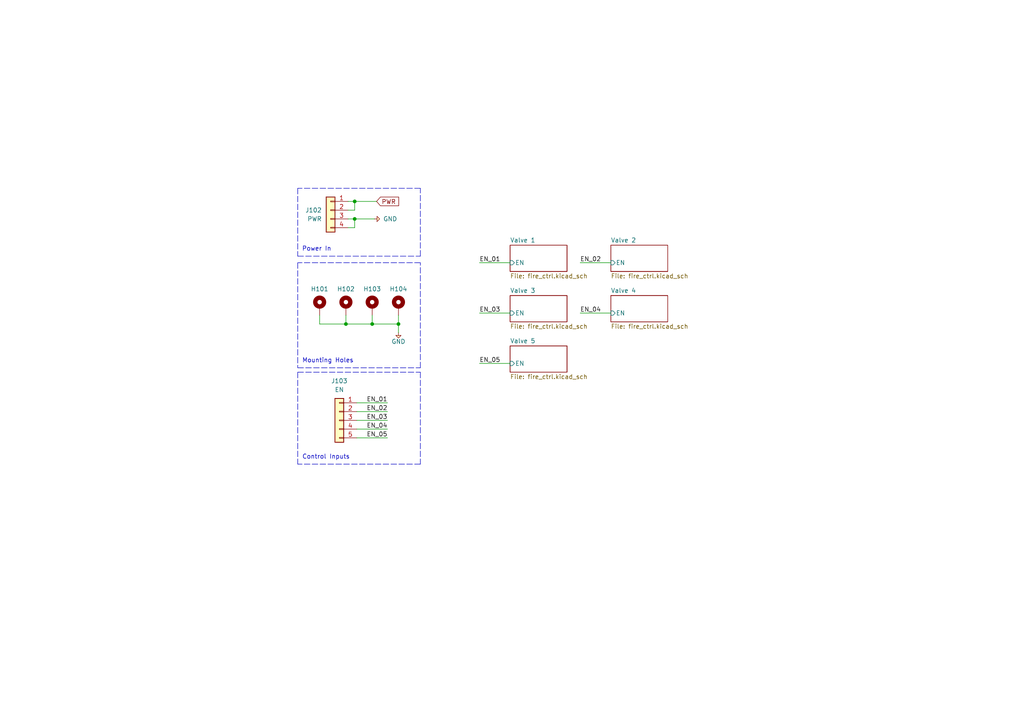
<source format=kicad_sch>
(kicad_sch (version 20211123) (generator eeschema)
  (paper "A4")
  (title_block (title "PROJECT ROYALE") (date "2021-10-23") (rev "1.0") (company "Cambridge University Spaceflight") (comment 1 "Drawn By Henry Franks"))
  (lib_symbols
    (symbol "GND_1" (power) (pin_numbers hide) (pin_names (offset 1.016) hide)
      (property "Value" "GND_1" (at 0 -2.54 0))
      (symbol "GND_1_0_1"
        (polyline (pts (xy 0 0) (xy 0 -0.762)))
        (polyline (pts (xy -0.762 -0.762) (xy 0.762 -0.762) (xy 0 -1.524) (xy -0.762 -0.762)) (fill (type background)))
      )
      (symbol "GND_1_1_1"
        (pin power_in line (at 0 0 180) (length 0) hide (name "GND") (number "1"))
      )
    )
    (symbol "GND_4" (power) (pin_numbers hide) (pin_names (offset 1.016) hide)
      (property "Value" "GND_4" (at 0 -2.54 0))
      (symbol "GND_4_0_1"
        (polyline (pts (xy 0 0) (xy 0 -0.762)))
        (polyline (pts (xy -0.762 -0.762) (xy 0.762 -0.762) (xy 0 -1.524) (xy -0.762 -0.762)) (fill (type background)))
      )
      (symbol "GND_4_1_1"
        (pin power_in line (at 0 0 180) (length 0) hide (name "GND") (number "1"))
      )
    )
    (symbol "royale:Conn_01x04" (pin_names (offset 1.016) hide)
      (property "Reference" "J" (at 0 5.08 0))
      (property "Value" "Conn_01x04" (at 0 -7.62 0))
      (symbol "Conn_01x04_1_1"
        (rectangle (start -1.27 -4.953) (end 0 -5.207) (stroke (width 0.1524)))
        (rectangle (start -1.27 -2.413) (end 0 -2.667) (stroke (width 0.1524)))
        (rectangle (start -1.27 0.127) (end 0 -0.127) (stroke (width 0.1524)))
        (rectangle (start -1.27 2.667) (end 0 2.413) (stroke (width 0.1524)))
        (rectangle (start -1.27 3.81) (end 1.27 -6.35) (stroke (width 0.254)) (fill (type background)))
        (pin passive line (at -5.08 2.54 0) (length 3.81) (name "Pin_1") (number "1"))
        (pin passive line (at -5.08 0 0) (length 3.81) (name "Pin_2") (number "2"))
        (pin passive line (at -5.08 -2.54 0) (length 3.81) (name "Pin_3") (number "3"))
        (pin passive line (at -5.08 -5.08 0) (length 3.81) (name "Pin_4") (number "4"))
      )
    )
    (symbol "royale:Conn_01x05" (pin_names (offset 1.016) hide)
      (property "Reference" "J" (at 0 7.62 0))
      (property "Value" "Conn_01x05" (at 0 -7.62 0))
      (symbol "Conn_01x05_1_1"
        (rectangle (start -1.27 -4.953) (end 0 -5.207) (stroke (width 0.1524)))
        (rectangle (start -1.27 -2.413) (end 0 -2.667) (stroke (width 0.1524)))
        (rectangle (start -1.27 0.127) (end 0 -0.127) (stroke (width 0.1524)))
        (rectangle (start -1.27 2.667) (end 0 2.413) (stroke (width 0.1524)))
        (rectangle (start -1.27 5.207) (end 0 4.953) (stroke (width 0.1524)))
        (rectangle (start -1.27 6.35) (end 1.27 -6.35) (stroke (width 0.254)) (fill (type background)))
        (pin passive line (at -5.08 5.08 0) (length 3.81) (name "Pin_1") (number "1"))
        (pin passive line (at -5.08 2.54 0) (length 3.81) (name "Pin_2") (number "2"))
        (pin passive line (at -5.08 0 0) (length 3.81) (name "Pin_3") (number "3"))
        (pin passive line (at -5.08 -2.54 0) (length 3.81) (name "Pin_4") (number "4"))
        (pin passive line (at -5.08 -5.08 0) (length 3.81) (name "Pin_5") (number "5"))
      )
    )
    (symbol "royale:MountingHole_Pad" (pin_numbers hide) (pin_names (offset 1.016) hide)
      (property "Reference" "H" (at 0 6.35 0))
      (property "Value" "MountingHole_Pad" (at 0 4.445 0))
      (symbol "MountingHole_Pad_0_1"
        (circle (center 0 1.27) (radius 1.27) (stroke (width 1.27)))
      )
      (symbol "MountingHole_Pad_1_1"
        (pin input line (at 0 -2.54 90) (length 2.54) (name "1") (number "1"))
      )
    )
  )
  (junction (at 102.87 58.42))
  (junction (at 107.95 93.98))
  (junction (at 102.87 63.5))
  (junction (at 100.33 93.98))
  (junction (at 115.57 93.98))
  (wire (pts (xy 102.87 60.96) (xy 102.87 58.42)))
  (wire (pts (xy 100.965 63.5) (xy 102.87 63.5)))
  (polyline (pts (xy 121.92 76.2) (xy 86.36 76.2)))
  (wire (pts (xy 177.165 90.805) (xy 168.275 90.805)))
  (polyline (pts (xy 121.92 106.68) (xy 121.92 76.2)))
  (wire (pts (xy 103.505 119.38) (xy 112.395 119.38)))
  (wire (pts (xy 103.505 124.46) (xy 112.395 124.46)))
  (wire (pts (xy 103.505 121.92) (xy 112.395 121.92)))
  (wire (pts (xy 100.965 66.04) (xy 102.87 66.04)))
  (wire (pts (xy 92.71 93.98) (xy 100.33 93.98)))
  (wire (pts (xy 102.87 66.04) (xy 102.87 63.5)))
  (wire (pts (xy 102.87 58.42) (xy 109.22 58.42)))
  (polyline (pts (xy 121.92 107.95) (xy 121.92 134.62)))
  (wire (pts (xy 147.955 76.2) (xy 139.065 76.2)))
  (polyline (pts (xy 86.36 107.95) (xy 121.92 107.95)))
  (polyline (pts (xy 86.36 74.295) (xy 121.92 74.295)))
  (polyline (pts (xy 121.92 74.295) (xy 121.92 54.61)))
  (polyline (pts (xy 86.36 107.95) (xy 86.36 134.62)))
  (wire (pts (xy 115.57 93.98) (xy 115.57 96.52)))
  (wire (pts (xy 92.71 93.98) (xy 92.71 91.44)))
  (wire (pts (xy 100.33 93.98) (xy 107.95 93.98)))
  (wire (pts (xy 102.87 63.5) (xy 108.585 63.5)))
  (polyline (pts (xy 121.92 54.61) (xy 86.36 54.61)))
  (wire (pts (xy 100.33 91.44) (xy 100.33 93.98)))
  (wire (pts (xy 115.57 91.44) (xy 115.57 93.98)))
  (wire (pts (xy 115.57 93.98) (xy 107.95 93.98)))
  (wire (pts (xy 147.955 105.41) (xy 139.065 105.41)))
  (polyline (pts (xy 121.92 134.62) (xy 86.36 134.62)))
  (polyline (pts (xy 86.36 54.61) (xy 86.36 74.295)))
  (wire (pts (xy 100.965 60.96) (xy 102.87 60.96)))
  (wire (pts (xy 100.965 58.42) (xy 102.87 58.42)))
  (wire (pts (xy 103.505 127) (xy 112.395 127)))
  (polyline (pts (xy 86.36 106.68) (xy 121.92 106.68)))
  (wire (pts (xy 177.165 76.2) (xy 168.275 76.2)))
  (polyline (pts (xy 86.36 76.2) (xy 86.36 106.68)))
  (wire (pts (xy 103.505 116.84) (xy 112.395 116.84)))
  (wire (pts (xy 107.95 91.44) (xy 107.95 93.98)))
  (wire (pts (xy 147.955 90.805) (xy 139.065 90.805)))
  (text "Power In" (at 87.5826 73.0218 0) (effects (font (size 1.27 1.27)) (justify left bottom)))
  (text "Control Inputs" (at 87.63 133.35 0) (effects (font (size 1.27 1.27)) (justify left bottom)))
  (text "Mounting Holes" (at 87.63 105.41 0) (effects (font (size 1.27 1.27)) (justify left bottom)))
  (label "EN_01" (at 112.395 116.84 180))
  (label "EN_05" (at 112.395 127 180))
  (label "EN_03" (at 112.395 121.92 180))
  (label "EN_02" (at 168.275 76.2 0))
  (label "EN_05" (at 139.065 105.41 0))
  (label "EN_04" (at 112.395 124.46 180))
  (label "EN_01" (at 139.065 76.2 0))
  (label "EN_02" (at 112.395 119.38 180))
  (label "EN_04" (at 168.275 90.805 0))
  (label "EN_03" (at 139.065 90.805 0))
  (global_label "PWR" (shape input) (at 109.22 58.42 0) (property "Intersheet References" "${INTERSHEET_REFS}" (effects hide)))
  (symbol (lib_id "royale:MountingHole_Pad") (at 100.33 88.9 0) (unit 1)
    (property "Reference" "H102" (at 100.33 83.82 0))
    (property "Value" "MountingHole_Pad" (effects hide))
    (property "Footprint" "royale:MountingHole_Pad" (effects hide))
  )
  (symbol (lib_id "royale:Conn_01x04") (at 95.885 60.96 0) (mirror y) (unit 1)
    (property "Reference" "J102" (at 93.345 60.96 0) (effects (justify left)))
    (property "Value" "PWR" (at 93.345 63.5 0) (effects (justify left)))
    (property "Footprint" "royale:Molex_Nano-Fit_105313-xx04_1x04_P2.50mm_Horizontal" (effects hide))
    (property "Farnell" "2820686" (effects hide))
  )
  (symbol (lib_name "GND_4") (lib_id "royale:GND") (at 115.57 96.52 0) (unit 1)
    (property "Reference" "#PWR0104" (effects hide))
    (property "Value" "GND" (at 115.57 99.06 0))
  )
  (symbol (lib_id "royale:Conn_01x05") (at 98.425 121.92 0) (mirror y) (unit 1)
    (property "Reference" "J103" (at 98.425 110.49 0))
    (property "Value" "EN" (at 98.425 113.03 0))
    (property "Footprint" "royale:Molex_Nano-Fit_105313-xx05_1x05_P2.50mm_Horizontal" (effects hide))
    (property "Farnell" "3862799" (effects hide))
  )
  (symbol (lib_name "GND_1") (lib_id "royale:GND") (at 108.585 63.5 90) (unit 1)
    (property "Reference" "#PWR0103" (effects hide))
    (property "Value" "GND" (at 111.125 63.5 90) (effects (justify right)))
  )
  (symbol (lib_id "royale:MountingHole_Pad") (at 115.57 88.9 0) (unit 1)
    (property "Reference" "H104" (at 115.57 83.82 0))
    (property "Value" "MountingHole_Pad" (effects hide))
    (property "Footprint" "royale:MountingHole_Pad" (effects hide))
  )
  (symbol (lib_id "royale:MountingHole_Pad") (at 107.95 88.9 0) (unit 1)
    (property "Reference" "H103" (at 107.95 83.82 0))
    (property "Value" "MountingHole_Pad" (effects hide))
    (property "Footprint" "royale:MountingHole_Pad" (effects hide))
  )
  (symbol (lib_id "royale:MountingHole_Pad") (at 92.71 88.9 0) (unit 1)
    (property "Reference" "H101" (at 92.71 83.82 0))
    (property "Value" "MountingHole_Pad" (effects hide))
    (property "Footprint" "royale:MountingHole_Pad" (effects hide))
  )
  (sheet (at 147.955 71.12) (size 16.51 7.62)
    (property "Sheet name" "Valve 1" (at 147.955 70.4084 0) (effects (justify left bottom)))
    (property "Sheet file" "fire_ctrl.kicad_sch" (at 147.955 79.3246 0) (effects (justify left top)))
    (pin "EN" input (at 147.955 76.2 180))
  )
  (sheet (at 177.165 71.12) (size 16.51 7.62)
    (property "Sheet name" "Valve 2" (at 177.165 70.4084 0) (effects (justify left bottom)))
    (property "Sheet file" "fire_ctrl.kicad_sch" (at 177.165 79.3246 0) (effects (justify left top)))
    (pin "EN" input (at 177.165 76.2 180))
  )
  (sheet (at 147.955 85.725) (size 16.51 7.62)
    (property "Sheet name" "Valve 3" (at 147.955 85.0134 0) (effects (justify left bottom)))
    (property "Sheet file" "fire_ctrl.kicad_sch" (at 147.955 93.9296 0) (effects (justify left top)))
    (pin "EN" input (at 147.955 90.805 180))
  )
  (sheet (at 177.165 85.725) (size 16.51 7.62)
    (property "Sheet name" "Valve 4" (at 177.165 85.0134 0) (effects (justify left bottom)))
    (property "Sheet file" "fire_ctrl.kicad_sch" (at 177.165 93.9296 0) (effects (justify left top)))
    (pin "EN" input (at 177.165 90.805 180))
  )
  (sheet (at 147.955 100.33) (size 16.51 7.62)
    (property "Sheet name" "Valve 5" (at 147.955 99.6184 0) (effects (justify left bottom)))
    (property "Sheet file" "fire_ctrl.kicad_sch" (at 147.955 108.5346 0) (effects (justify left top)))
    (pin "EN" input (at 147.955 105.41 180))
  )
)
</source>
